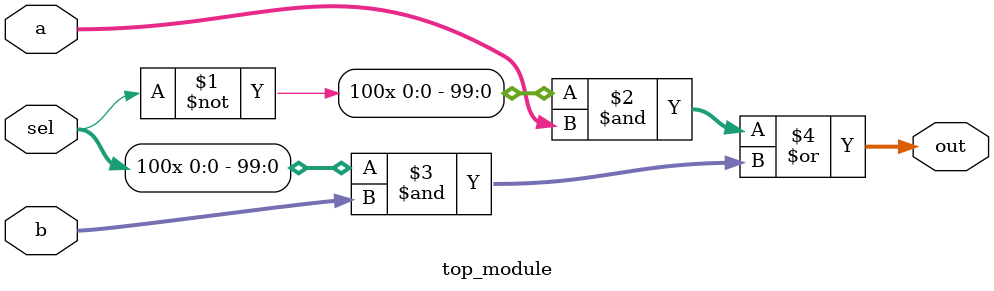
<source format=v>
module top_module (
    input [99:0] a,
    b,
    input sel,
    output [99:0] out
);

  assign out = ({100{~sel}} & a) | ({100{sel}} & b);

endmodule

</source>
